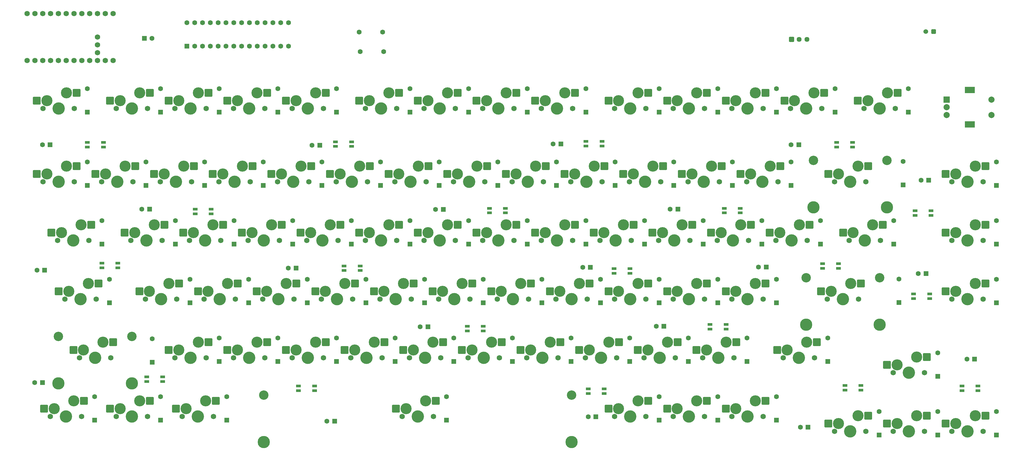
<source format=gbr>
%TF.GenerationSoftware,KiCad,Pcbnew,9.0.2*%
%TF.CreationDate,2025-08-01T15:53:50+05:30*%
%TF.ProjectId,clackintosh,636c6163-6b69-46e7-946f-73682e6b6963,rev?*%
%TF.SameCoordinates,Original*%
%TF.FileFunction,Soldermask,Bot*%
%TF.FilePolarity,Negative*%
%FSLAX46Y46*%
G04 Gerber Fmt 4.6, Leading zero omitted, Abs format (unit mm)*
G04 Created by KiCad (PCBNEW 9.0.2) date 2025-08-01 15:53:50*
%MOMM*%
%LPD*%
G01*
G04 APERTURE LIST*
G04 Aperture macros list*
%AMRoundRect*
0 Rectangle with rounded corners*
0 $1 Rounding radius*
0 $2 $3 $4 $5 $6 $7 $8 $9 X,Y pos of 4 corners*
0 Add a 4 corners polygon primitive as box body*
4,1,4,$2,$3,$4,$5,$6,$7,$8,$9,$2,$3,0*
0 Add four circle primitives for the rounded corners*
1,1,$1+$1,$2,$3*
1,1,$1+$1,$4,$5*
1,1,$1+$1,$6,$7*
1,1,$1+$1,$8,$9*
0 Add four rect primitives between the rounded corners*
20,1,$1+$1,$2,$3,$4,$5,0*
20,1,$1+$1,$4,$5,$6,$7,0*
20,1,$1+$1,$6,$7,$8,$9,0*
20,1,$1+$1,$8,$9,$2,$3,0*%
G04 Aperture macros list end*
%ADD10RoundRect,0.250000X0.550000X-0.550000X0.550000X0.550000X-0.550000X0.550000X-0.550000X-0.550000X0*%
%ADD11C,1.600000*%
%ADD12R,2.000000X2.000000*%
%ADD13C,2.000000*%
%ADD14R,3.200000X2.000000*%
%ADD15RoundRect,0.082000X-0.718000X0.328000X-0.718000X-0.328000X0.718000X-0.328000X0.718000X0.328000X0*%
%ADD16RoundRect,0.102000X-0.704000X-0.704000X0.704000X-0.704000X0.704000X0.704000X-0.704000X0.704000X0*%
%ADD17C,1.612000*%
%ADD18RoundRect,0.250000X-0.550000X-0.550000X0.550000X-0.550000X0.550000X0.550000X-0.550000X0.550000X0*%
%ADD19C,1.524000*%
%ADD20RoundRect,0.250000X-0.512000X-0.512000X0.512000X-0.512000X0.512000X0.512000X-0.512000X0.512000X0*%
%ADD21C,1.752600*%
%ADD22RoundRect,0.250000X1.025000X1.000000X-1.025000X1.000000X-1.025000X-1.000000X1.025000X-1.000000X0*%
%ADD23C,1.750000*%
%ADD24C,4.000000*%
%ADD25C,3.600000*%
%ADD26C,3.048000*%
%ADD27C,3.987800*%
%ADD28RoundRect,0.250000X0.550000X0.550000X-0.550000X0.550000X-0.550000X-0.550000X0.550000X-0.550000X0*%
G04 APERTURE END LIST*
D10*
%TO.C,D55*%
X252887500Y-105012500D03*
D11*
X252887500Y-97392500D03*
%TD*%
D10*
%TO.C,D61*%
X110012500Y-124062500D03*
D11*
X110012500Y-116442500D03*
%TD*%
D10*
%TO.C,D75*%
X164781300Y-143112500D03*
D11*
X164781300Y-135492500D03*
%TD*%
D10*
%TO.C,D17*%
X86200000Y-66912500D03*
D11*
X86200000Y-59292500D03*
%TD*%
D10*
%TO.C,D18*%
X105250000Y-66912500D03*
D11*
X105250000Y-59292500D03*
%TD*%
D12*
%TO.C,SW1*%
X327250000Y-39000000D03*
D13*
X327250000Y-44000000D03*
X327250000Y-41500000D03*
D14*
X334750000Y-35900000D03*
X334750000Y-47100000D03*
D13*
X341750000Y-44000000D03*
X341750000Y-39000000D03*
%TD*%
D10*
%TO.C,D56*%
X271937500Y-105012500D03*
D11*
X271937500Y-97392500D03*
%TD*%
D10*
%TO.C,D10*%
X233837500Y-43100000D03*
D11*
X233837500Y-35480000D03*
%TD*%
D15*
%TO.C,L16*%
X210800000Y-132899999D03*
X210800000Y-134399999D03*
X216000000Y-134399999D03*
X216000000Y-132899999D03*
%TD*%
%TO.C,L14*%
X67387500Y-129002499D03*
X67387500Y-130502499D03*
X72587500Y-130502499D03*
X72587500Y-129002499D03*
%TD*%
D10*
%TO.C,D23*%
X200500000Y-66912500D03*
D11*
X200500000Y-59292500D03*
%TD*%
D10*
%TO.C,D79*%
X305275000Y-147875000D03*
D11*
X305275000Y-140255000D03*
%TD*%
D10*
%TO.C,D50*%
X157637500Y-105012500D03*
D11*
X157637500Y-97392500D03*
%TD*%
D10*
%TO.C,D33*%
X114775000Y-85962500D03*
D11*
X114775000Y-78342500D03*
%TD*%
D10*
%TO.C,D67*%
X224312500Y-124062500D03*
D11*
X224312500Y-116442500D03*
%TD*%
D16*
%TO.C,SW2*%
X276812500Y-19500000D03*
D17*
X279312500Y-19500000D03*
X281812500Y-19500000D03*
%TD*%
D10*
%TO.C,D8*%
X190975000Y-43100000D03*
D11*
X190975000Y-35480000D03*
%TD*%
D10*
%TO.C,D48*%
X119537500Y-105012500D03*
D11*
X119537500Y-97392500D03*
%TD*%
D10*
%TO.C,D4*%
X110012500Y-43100000D03*
D11*
X110012500Y-35480000D03*
%TD*%
D15*
%TO.C,L18*%
X332200000Y-131999999D03*
X332200000Y-133499999D03*
X337400000Y-133499999D03*
X337400000Y-131999999D03*
%TD*%
D10*
%TO.C,D63*%
X148112500Y-124062500D03*
D11*
X148112500Y-116442500D03*
%TD*%
D10*
%TO.C,D73*%
X71912500Y-143112500D03*
D11*
X71912500Y-135492500D03*
%TD*%
D10*
%TO.C,D30*%
X52862500Y-85962500D03*
D11*
X52862500Y-78342500D03*
%TD*%
D10*
%TO.C,D3*%
X90962500Y-43100000D03*
D11*
X90962500Y-35480000D03*
%TD*%
D10*
%TO.C,D12*%
X271937500Y-43100000D03*
D11*
X271937500Y-35480000D03*
%TD*%
D10*
%TO.C,D7*%
X171925000Y-43100000D03*
D11*
X171925000Y-35480000D03*
%TD*%
D10*
%TO.C,D40*%
X248125000Y-85962500D03*
D11*
X248125000Y-78342500D03*
%TD*%
D15*
%TO.C,L5*%
X255000000Y-74299999D03*
X255000000Y-75799999D03*
X260200000Y-75799999D03*
X260200000Y-74299999D03*
%TD*%
%TO.C,L6*%
X178700000Y-74299999D03*
X178700000Y-75799999D03*
X183900000Y-75799999D03*
X183900000Y-74299999D03*
%TD*%
%TO.C,L3*%
X210087500Y-52602499D03*
X210087500Y-54102499D03*
X215287500Y-54102499D03*
X215287500Y-52602499D03*
%TD*%
D10*
%TO.C,D26*%
X257650000Y-66912500D03*
D11*
X257650000Y-59292500D03*
%TD*%
D10*
%TO.C,D39*%
X229075000Y-85962500D03*
D11*
X229075000Y-78342500D03*
%TD*%
D10*
%TO.C,D47*%
X100487500Y-105012500D03*
D11*
X100487500Y-97392500D03*
%TD*%
D10*
%TO.C,D38*%
X210025000Y-85962500D03*
D11*
X210025000Y-78342500D03*
%TD*%
D10*
%TO.C,D69*%
X262412500Y-124062500D03*
D11*
X262412500Y-116442500D03*
%TD*%
D10*
%TO.C,D58*%
X343375000Y-105012500D03*
D11*
X343375000Y-97392500D03*
%TD*%
D10*
%TO.C,D22*%
X181450000Y-66912500D03*
D11*
X181450000Y-59292500D03*
%TD*%
D15*
%TO.C,L4*%
X291487500Y-52902499D03*
X291487500Y-54402499D03*
X296687500Y-54402499D03*
X296687500Y-52902499D03*
%TD*%
D10*
%TO.C,D72*%
X50481300Y-143112500D03*
D11*
X50481300Y-135492500D03*
%TD*%
D15*
%TO.C,L20*%
X316500000Y-102099999D03*
X316500000Y-103599999D03*
X321700000Y-103599999D03*
X321700000Y-102099999D03*
%TD*%
D10*
%TO.C,D14*%
X314800000Y-43100000D03*
D11*
X314800000Y-35480000D03*
%TD*%
D10*
%TO.C,D6*%
X152875000Y-43100000D03*
D11*
X152875000Y-35480000D03*
%TD*%
D10*
%TO.C,D27*%
X276700000Y-66912500D03*
D11*
X276700000Y-59292500D03*
%TD*%
D10*
%TO.C,D2*%
X71912500Y-43100000D03*
D11*
X71912500Y-35480000D03*
%TD*%
D15*
%TO.C,L2*%
X128700000Y-52699999D03*
X128700000Y-54199999D03*
X133900000Y-54199999D03*
X133900000Y-52699999D03*
%TD*%
D10*
%TO.C,D24*%
X219550000Y-66912500D03*
D11*
X219550000Y-59292500D03*
%TD*%
D18*
%TO.C,C21*%
X66594900Y-19100000D03*
D11*
X69094900Y-19100000D03*
%TD*%
D10*
%TO.C,D25*%
X238600000Y-66912500D03*
D11*
X238600000Y-59292500D03*
%TD*%
D10*
%TO.C,D42*%
X286225000Y-85962500D03*
D11*
X286225000Y-78342500D03*
%TD*%
D10*
%TO.C,D5*%
X129062500Y-43100000D03*
D11*
X129062500Y-35480000D03*
%TD*%
D10*
%TO.C,D62*%
X129062500Y-124062500D03*
D11*
X129062500Y-116442500D03*
%TD*%
D10*
%TO.C,D68*%
X243362500Y-124062500D03*
D11*
X243362500Y-116442500D03*
%TD*%
D19*
%TO.C,BT1*%
X320460000Y-16900000D03*
D20*
X323000000Y-16900000D03*
%TD*%
D10*
%TO.C,D41*%
X267175000Y-85962500D03*
D11*
X267175000Y-78342500D03*
%TD*%
D10*
%TO.C,D32*%
X95725000Y-85962500D03*
D11*
X95725000Y-78342500D03*
%TD*%
D10*
%TO.C,D70*%
X288606300Y-124062500D03*
D11*
X288606300Y-116442500D03*
%TD*%
D10*
%TO.C,D52*%
X195737500Y-105012500D03*
D11*
X195737500Y-97392500D03*
%TD*%
D21*
%TO.C,U2*%
X28510000Y-26320000D03*
X31050000Y-26320000D03*
X33590000Y-26320000D03*
X36130000Y-26320000D03*
X38670000Y-26320000D03*
X41210000Y-26320000D03*
X43750000Y-26320000D03*
X46290000Y-26320000D03*
X48830000Y-26320000D03*
X51370000Y-26320000D03*
X53910000Y-26320000D03*
X56450000Y-26320000D03*
X56450000Y-11080000D03*
X53910000Y-11080000D03*
X51370000Y-11080000D03*
X48830000Y-11080000D03*
X46290000Y-11080000D03*
X43750000Y-11080000D03*
X41210000Y-11080000D03*
X38670000Y-11080000D03*
X36130000Y-11080000D03*
X33590000Y-11080000D03*
X31050000Y-11080000D03*
X28510000Y-11080000D03*
X51370000Y-23780000D03*
X51370000Y-21240000D03*
X51370000Y-18700000D03*
%TD*%
D15*
%TO.C,L1*%
X48100000Y-52899999D03*
X48100000Y-54399999D03*
X53300000Y-54399999D03*
X53300000Y-52899999D03*
%TD*%
D10*
%TO.C,D45*%
X55243800Y-105012500D03*
D11*
X55243800Y-97392500D03*
%TD*%
D10*
%TO.C,D59*%
X69200000Y-124310000D03*
D11*
X69200000Y-116690000D03*
%TD*%
D10*
%TO.C,D57*%
X311700000Y-104910000D03*
D11*
X311700000Y-97290000D03*
%TD*%
D10*
%TO.C,D9*%
X210025000Y-43100000D03*
D11*
X210025000Y-35480000D03*
%TD*%
D10*
%TO.C,D76*%
X233837500Y-143112500D03*
D11*
X233837500Y-135492500D03*
%TD*%
D10*
%TO.C,D34*%
X133825000Y-85962500D03*
D11*
X133825000Y-78342500D03*
%TD*%
D10*
%TO.C,D1*%
X48100000Y-43100000D03*
D11*
X48100000Y-35480000D03*
%TD*%
D10*
%TO.C,U1*%
X80440000Y-21700000D03*
D11*
X82980000Y-21700000D03*
X85520000Y-21700000D03*
X88060000Y-21700000D03*
X90600000Y-21700000D03*
X93140000Y-21700000D03*
X95680000Y-21700000D03*
X98220000Y-21700000D03*
X100760000Y-21700000D03*
X103300000Y-21700000D03*
X105840000Y-21700000D03*
X108380000Y-21700000D03*
X110920000Y-21700000D03*
X113460000Y-21700000D03*
X113460000Y-14080000D03*
X110920000Y-14080000D03*
X108380000Y-14080000D03*
X105840000Y-14080000D03*
X103300000Y-14080000D03*
X100760000Y-14080000D03*
X98220000Y-14080000D03*
X95680000Y-14080000D03*
X93140000Y-14080000D03*
X90600000Y-14080000D03*
X88060000Y-14080000D03*
X85520000Y-14080000D03*
X82980000Y-14080000D03*
X80440000Y-14080000D03*
%TD*%
D10*
%TO.C,D31*%
X76675000Y-85962500D03*
D11*
X76675000Y-78342500D03*
%TD*%
D15*
%TO.C,L7*%
X83100000Y-74599999D03*
X83100000Y-76099999D03*
X88300000Y-76099999D03*
X88300000Y-74599999D03*
%TD*%
%TO.C,L13*%
X171487500Y-112602499D03*
X171487500Y-114102499D03*
X176687500Y-114102499D03*
X176687500Y-112602499D03*
%TD*%
D10*
%TO.C,D37*%
X190975000Y-85962500D03*
D11*
X190975000Y-78342500D03*
%TD*%
D10*
%TO.C,D64*%
X167162500Y-124062500D03*
D11*
X167162500Y-116442500D03*
%TD*%
D10*
%TO.C,D81*%
X343375000Y-147875000D03*
D11*
X343375000Y-140255000D03*
%TD*%
D15*
%TO.C,L12*%
X250387500Y-112002499D03*
X250387500Y-113502499D03*
X255587500Y-113502499D03*
X255587500Y-112002499D03*
%TD*%
D10*
%TO.C,D16*%
X67150000Y-66912500D03*
D11*
X67150000Y-59292500D03*
%TD*%
D15*
%TO.C,L11*%
X286887500Y-92302499D03*
X286887500Y-93802499D03*
X292087500Y-93802499D03*
X292087500Y-92302499D03*
%TD*%
%TO.C,L10*%
X219187500Y-93902499D03*
X219187500Y-95402499D03*
X224387500Y-95402499D03*
X224387500Y-93902499D03*
%TD*%
D10*
%TO.C,D78*%
X271937500Y-143112500D03*
D11*
X271937500Y-135492500D03*
%TD*%
D10*
%TO.C,D11*%
X252887500Y-43100000D03*
D11*
X252887500Y-35480000D03*
%TD*%
D10*
%TO.C,D77*%
X252887500Y-143112500D03*
D11*
X252887500Y-135492500D03*
%TD*%
%TO.C,R1*%
X136390000Y-17100000D03*
X144010000Y-17100000D03*
%TD*%
D10*
%TO.C,D65*%
X186212500Y-124062500D03*
D11*
X186212500Y-116442500D03*
%TD*%
D10*
%TO.C,D60*%
X90962500Y-124062500D03*
D11*
X90962500Y-116442500D03*
%TD*%
D10*
%TO.C,D35*%
X152875000Y-85962500D03*
D11*
X152875000Y-78342500D03*
%TD*%
D10*
%TO.C,D53*%
X214787500Y-105012500D03*
D11*
X214787500Y-97392500D03*
%TD*%
D10*
%TO.C,D36*%
X171925000Y-85962500D03*
D11*
X171925000Y-78342500D03*
%TD*%
%TO.C,R2*%
X144310000Y-23400000D03*
X136690000Y-23400000D03*
%TD*%
D10*
%TO.C,D21*%
X162400000Y-66912500D03*
D11*
X162400000Y-59292500D03*
%TD*%
D15*
%TO.C,L15*%
X116687500Y-132002499D03*
X116687500Y-133502499D03*
X121887500Y-133502499D03*
X121887500Y-132002499D03*
%TD*%
%TO.C,L17*%
X294187500Y-131802499D03*
X294187500Y-133302499D03*
X299387500Y-133302499D03*
X299387500Y-131802499D03*
%TD*%
%TO.C,L9*%
X131500000Y-92999999D03*
X131500000Y-94499999D03*
X136700000Y-94499999D03*
X136700000Y-92999999D03*
%TD*%
D10*
%TO.C,D54*%
X233837500Y-105012500D03*
D11*
X233837500Y-97392500D03*
%TD*%
D10*
%TO.C,D15*%
X48100000Y-66912500D03*
D11*
X48100000Y-59292500D03*
%TD*%
D10*
%TO.C,D74*%
X93343800Y-143112500D03*
D11*
X93343800Y-135492500D03*
%TD*%
D10*
%TO.C,D71*%
X324325000Y-128825000D03*
D11*
X324325000Y-121205000D03*
%TD*%
D10*
%TO.C,D66*%
X205262500Y-124062500D03*
D11*
X205262500Y-116442500D03*
%TD*%
D15*
%TO.C,L8*%
X52787500Y-92102499D03*
X52787500Y-93602499D03*
X57987500Y-93602499D03*
X57987500Y-92102499D03*
%TD*%
D10*
%TO.C,D80*%
X324325000Y-147875000D03*
D11*
X324325000Y-140255000D03*
%TD*%
D10*
%TO.C,D29*%
X343375000Y-66912500D03*
D11*
X343375000Y-59292500D03*
%TD*%
D10*
%TO.C,D43*%
X310037500Y-85962500D03*
D11*
X310037500Y-78342500D03*
%TD*%
D10*
%TO.C,D49*%
X138587500Y-105012500D03*
D11*
X138587500Y-97392500D03*
%TD*%
D10*
%TO.C,D20*%
X143350000Y-66912500D03*
D11*
X143350000Y-59292500D03*
%TD*%
D10*
%TO.C,D51*%
X176687500Y-105012500D03*
D11*
X176687500Y-97392500D03*
%TD*%
D10*
%TO.C,D28*%
X313100000Y-66720000D03*
D11*
X313100000Y-59100000D03*
%TD*%
D10*
%TO.C,D19*%
X124300000Y-66912500D03*
D11*
X124300000Y-59292500D03*
%TD*%
D15*
%TO.C,L19*%
X316987500Y-75102499D03*
X316987500Y-76602499D03*
X322187500Y-76602499D03*
X322187500Y-75102499D03*
%TD*%
D10*
%TO.C,D44*%
X343375000Y-85962500D03*
D11*
X343375000Y-78342500D03*
%TD*%
D10*
%TO.C,D13*%
X290987500Y-43100000D03*
D11*
X290987500Y-35480000D03*
%TD*%
D10*
%TO.C,D46*%
X81437500Y-105012500D03*
D11*
X81437500Y-97392500D03*
%TD*%
D22*
%TO.C,S12*%
X255487500Y-39370000D03*
D23*
X257492500Y-41910000D03*
D24*
X262572500Y-41910000D03*
D23*
X267652500Y-41910000D03*
D22*
X268414500Y-36830000D03*
D25*
X258762500Y-39370000D03*
X265112500Y-36830000D03*
%TD*%
D22*
%TO.C,S70*%
X272156300Y-120332500D03*
D23*
X274161300Y-122872500D03*
D24*
X279241300Y-122872500D03*
D23*
X284321300Y-122872500D03*
D22*
X285083300Y-117792500D03*
D25*
X275431300Y-120332500D03*
X281781300Y-117792500D03*
%TD*%
D22*
%TO.C,S39*%
X212625000Y-82232500D03*
D23*
X214630000Y-84772500D03*
D24*
X219710000Y-84772500D03*
D23*
X224790000Y-84772500D03*
D22*
X225552000Y-79692500D03*
D25*
X215900000Y-82232500D03*
X222250000Y-79692500D03*
%TD*%
D26*
%TO.C,S57*%
X281590800Y-96837500D03*
D27*
X281590800Y-112047500D03*
D22*
X286443800Y-101282500D03*
D23*
X288448800Y-103822500D03*
D24*
X293528800Y-103822500D03*
D23*
X298608800Y-103822500D03*
D22*
X299370800Y-98742500D03*
D26*
X305466800Y-96837500D03*
D27*
X305466800Y-112047500D03*
D25*
X289718800Y-101282500D03*
X296068800Y-98742500D03*
%TD*%
D26*
%TO.C,S59*%
X38703300Y-115887500D03*
D27*
X38703300Y-131097500D03*
D22*
X43556300Y-120332500D03*
D23*
X45561300Y-122872500D03*
D24*
X50641300Y-122872500D03*
D23*
X55721300Y-122872500D03*
D22*
X56483300Y-117792500D03*
D26*
X62579300Y-115887500D03*
D27*
X62579300Y-131097500D03*
D25*
X46831300Y-120332500D03*
X53181300Y-117792500D03*
%TD*%
D28*
%TO.C,C14*%
X33505100Y-130900000D03*
D11*
X31005100Y-130900000D03*
%TD*%
D22*
%TO.C,S65*%
X169762500Y-120332500D03*
D23*
X171767500Y-122872500D03*
D24*
X176847500Y-122872500D03*
D23*
X181927500Y-122872500D03*
D22*
X182689500Y-117792500D03*
D25*
X173037500Y-120332500D03*
X179387500Y-117792500D03*
%TD*%
D22*
%TO.C,S8*%
X174525000Y-39370000D03*
D23*
X176530000Y-41910000D03*
D24*
X181610000Y-41910000D03*
D23*
X186690000Y-41910000D03*
D22*
X187452000Y-36830000D03*
D25*
X177800000Y-39370000D03*
X184150000Y-36830000D03*
%TD*%
D22*
%TO.C,S44*%
X326925000Y-82232500D03*
D23*
X328930000Y-84772500D03*
D24*
X334010000Y-84772500D03*
D23*
X339090000Y-84772500D03*
D22*
X339852000Y-79692500D03*
D25*
X330200000Y-82232500D03*
X336550000Y-79692500D03*
%TD*%
D22*
%TO.C,S60*%
X74512500Y-120332500D03*
D23*
X76517500Y-122872500D03*
D24*
X81597500Y-122872500D03*
D23*
X86677500Y-122872500D03*
D22*
X87439500Y-117792500D03*
D25*
X77787500Y-120332500D03*
X84137500Y-117792500D03*
%TD*%
D22*
%TO.C,S47*%
X84037500Y-101282500D03*
D23*
X86042500Y-103822500D03*
D24*
X91122500Y-103822500D03*
D23*
X96202500Y-103822500D03*
D22*
X96964500Y-98742500D03*
D25*
X87312500Y-101282500D03*
X93662500Y-98742500D03*
%TD*%
D22*
%TO.C,S81*%
X326925000Y-144145000D03*
D23*
X328930000Y-146685000D03*
D24*
X334010000Y-146685000D03*
D23*
X339090000Y-146685000D03*
D22*
X339852000Y-141605000D03*
D25*
X330200000Y-144145000D03*
X336550000Y-141605000D03*
%TD*%
D22*
%TO.C,S69*%
X245962500Y-120332500D03*
D23*
X247967500Y-122872500D03*
D24*
X253047500Y-122872500D03*
D23*
X258127500Y-122872500D03*
D22*
X258889500Y-117792500D03*
D25*
X249237500Y-120332500D03*
X255587500Y-117792500D03*
%TD*%
D28*
%TO.C,C6*%
X163705100Y-74700000D03*
D11*
X161205100Y-74700000D03*
%TD*%
D22*
%TO.C,S66*%
X188812500Y-120332500D03*
D23*
X190817500Y-122872500D03*
D24*
X195897500Y-122872500D03*
D23*
X200977500Y-122872500D03*
D22*
X201739500Y-117792500D03*
D25*
X192087500Y-120332500D03*
X198437500Y-117792500D03*
%TD*%
D22*
%TO.C,S9*%
X193575000Y-39370000D03*
D23*
X195580000Y-41910000D03*
D24*
X200660000Y-41910000D03*
D23*
X205740000Y-41910000D03*
D22*
X206502000Y-36830000D03*
D25*
X196850000Y-39370000D03*
X203200000Y-36830000D03*
%TD*%
D22*
%TO.C,S77*%
X236437500Y-139382500D03*
D23*
X238442500Y-141922500D03*
D24*
X243522500Y-141922500D03*
D23*
X248602500Y-141922500D03*
D22*
X249364500Y-136842500D03*
D25*
X239712500Y-139382500D03*
X246062500Y-136842500D03*
%TD*%
D28*
%TO.C,C8*%
X34205100Y-94400000D03*
D11*
X31705100Y-94400000D03*
%TD*%
D22*
%TO.C,S30*%
X36412500Y-82232500D03*
D23*
X38417500Y-84772500D03*
D24*
X43497500Y-84772500D03*
D23*
X48577500Y-84772500D03*
D22*
X49339500Y-79692500D03*
D25*
X39687500Y-82232500D03*
X46037500Y-79692500D03*
%TD*%
D28*
%TO.C,C20*%
X320500000Y-95500000D03*
D11*
X318000000Y-95500000D03*
%TD*%
D28*
%TO.C,C7*%
X68300000Y-74600000D03*
D11*
X65800000Y-74600000D03*
%TD*%
D22*
%TO.C,S40*%
X231675000Y-82232500D03*
D23*
X233680000Y-84772500D03*
D24*
X238760000Y-84772500D03*
D23*
X243840000Y-84772500D03*
D22*
X244602000Y-79692500D03*
D25*
X234950000Y-82232500D03*
X241300000Y-79692500D03*
%TD*%
D22*
%TO.C,S38*%
X193575000Y-82232500D03*
D23*
X195580000Y-84772500D03*
D24*
X200660000Y-84772500D03*
D23*
X205740000Y-84772500D03*
D22*
X206502000Y-79692500D03*
D25*
X196850000Y-82232500D03*
X203200000Y-79692500D03*
%TD*%
D22*
%TO.C,S76*%
X217387500Y-139382500D03*
D23*
X219392500Y-141922500D03*
D24*
X224472500Y-141922500D03*
D23*
X229552500Y-141922500D03*
D22*
X230314500Y-136842500D03*
D25*
X220662500Y-139382500D03*
X227012500Y-136842500D03*
%TD*%
D28*
%TO.C,C10*%
X211500000Y-93500000D03*
D11*
X209000000Y-93500000D03*
%TD*%
D22*
%TO.C,S52*%
X179287500Y-101282500D03*
D23*
X181292500Y-103822500D03*
D24*
X186372500Y-103822500D03*
D23*
X191452500Y-103822500D03*
D22*
X192214500Y-98742500D03*
D25*
X182562500Y-101282500D03*
X188912500Y-98742500D03*
%TD*%
D22*
%TO.C,S79*%
X288825000Y-144145000D03*
D23*
X290830000Y-146685000D03*
D24*
X295910000Y-146685000D03*
D23*
X300990000Y-146685000D03*
D22*
X301752000Y-141605000D03*
D25*
X292100000Y-144145000D03*
X298450000Y-141605000D03*
%TD*%
D22*
%TO.C,S2*%
X55462500Y-39370000D03*
D23*
X57467500Y-41910000D03*
D24*
X62547500Y-41910000D03*
D23*
X67627500Y-41910000D03*
D22*
X68389500Y-36830000D03*
D25*
X58737500Y-39370000D03*
X65087500Y-36830000D03*
%TD*%
D22*
%TO.C,S17*%
X69750000Y-63182500D03*
D23*
X71755000Y-65722500D03*
D24*
X76835000Y-65722500D03*
D23*
X81915000Y-65722500D03*
D22*
X82677000Y-60642500D03*
D25*
X73025000Y-63182500D03*
X79375000Y-60642500D03*
%TD*%
D22*
%TO.C,S41*%
X250725000Y-82232500D03*
D23*
X252730000Y-84772500D03*
D24*
X257810000Y-84772500D03*
D23*
X262890000Y-84772500D03*
D22*
X263652000Y-79692500D03*
D25*
X254000000Y-82232500D03*
X260350000Y-79692500D03*
%TD*%
D22*
%TO.C,S80*%
X307875000Y-144145000D03*
D23*
X309880000Y-146685000D03*
D24*
X314960000Y-146685000D03*
D23*
X320040000Y-146685000D03*
D22*
X320802000Y-141605000D03*
D25*
X311150000Y-144145000D03*
X317500000Y-141605000D03*
%TD*%
D22*
%TO.C,S32*%
X79275000Y-82232500D03*
D23*
X81280000Y-84772500D03*
D24*
X86360000Y-84772500D03*
D23*
X91440000Y-84772500D03*
D22*
X92202000Y-79692500D03*
D25*
X82550000Y-82232500D03*
X88900000Y-79692500D03*
%TD*%
D26*
%TO.C,S75*%
X105416300Y-134937500D03*
D27*
X105416300Y-150147500D03*
D22*
X148331300Y-139382500D03*
D23*
X150336300Y-141922500D03*
D24*
X155416300Y-141922500D03*
D23*
X160496300Y-141922500D03*
D22*
X161258300Y-136842500D03*
D26*
X205416300Y-134937500D03*
D27*
X205416300Y-150147500D03*
D25*
X151606300Y-139382500D03*
X157956300Y-136842500D03*
%TD*%
D22*
%TO.C,S37*%
X174525000Y-82232500D03*
D23*
X176530000Y-84772500D03*
D24*
X181610000Y-84772500D03*
D23*
X186690000Y-84772500D03*
D22*
X187452000Y-79692500D03*
D25*
X177800000Y-82232500D03*
X184150000Y-79692500D03*
%TD*%
D22*
%TO.C,S4*%
X93562500Y-39370000D03*
D23*
X95567500Y-41910000D03*
D24*
X100647500Y-41910000D03*
D23*
X105727500Y-41910000D03*
D22*
X106489500Y-36830000D03*
D25*
X96837500Y-39370000D03*
X103187500Y-36830000D03*
%TD*%
D22*
%TO.C,S18*%
X88800000Y-63182500D03*
D23*
X90805000Y-65722500D03*
D24*
X95885000Y-65722500D03*
D23*
X100965000Y-65722500D03*
D22*
X101727000Y-60642500D03*
D25*
X92075000Y-63182500D03*
X98425000Y-60642500D03*
%TD*%
D22*
%TO.C,S20*%
X126900000Y-63182500D03*
D23*
X128905000Y-65722500D03*
D24*
X133985000Y-65722500D03*
D23*
X139065000Y-65722500D03*
D22*
X139827000Y-60642500D03*
D25*
X130175000Y-63182500D03*
X136525000Y-60642500D03*
%TD*%
D28*
%TO.C,C2*%
X123605113Y-53800000D03*
D11*
X121105113Y-53800000D03*
%TD*%
D22*
%TO.C,S14*%
X298350000Y-39370000D03*
D23*
X300355000Y-41910000D03*
D24*
X305435000Y-41910000D03*
D23*
X310515000Y-41910000D03*
D22*
X311277000Y-36830000D03*
D25*
X301625000Y-39370000D03*
X307975000Y-36830000D03*
%TD*%
D28*
%TO.C,C1*%
X35994900Y-53700000D03*
D11*
X33494900Y-53700000D03*
%TD*%
D22*
%TO.C,S27*%
X260250000Y-63182500D03*
D23*
X262255000Y-65722500D03*
D24*
X267335000Y-65722500D03*
D23*
X272415000Y-65722500D03*
D22*
X273177000Y-60642500D03*
D25*
X263525000Y-63182500D03*
X269875000Y-60642500D03*
%TD*%
D28*
%TO.C,C4*%
X279205113Y-53700000D03*
D11*
X276705113Y-53700000D03*
%TD*%
D22*
%TO.C,S71*%
X307875000Y-125095000D03*
D23*
X309880000Y-127635000D03*
D24*
X314960000Y-127635000D03*
D23*
X320040000Y-127635000D03*
D22*
X320802000Y-122555000D03*
D25*
X311150000Y-125095000D03*
X317500000Y-122555000D03*
%TD*%
D22*
%TO.C,S29*%
X326925000Y-63182500D03*
D23*
X328930000Y-65722500D03*
D24*
X334010000Y-65722500D03*
D23*
X339090000Y-65722500D03*
D22*
X339852000Y-60642500D03*
D25*
X330200000Y-63182500D03*
X336550000Y-60642500D03*
%TD*%
D22*
%TO.C,S58*%
X326925000Y-101282500D03*
D23*
X328930000Y-103822500D03*
D24*
X334010000Y-103822500D03*
D23*
X339090000Y-103822500D03*
D22*
X339852000Y-98742500D03*
D25*
X330200000Y-101282500D03*
X336550000Y-98742500D03*
%TD*%
D22*
%TO.C,S49*%
X122137500Y-101282500D03*
D23*
X124142500Y-103822500D03*
D24*
X129222500Y-103822500D03*
D23*
X134302500Y-103822500D03*
D22*
X135064500Y-98742500D03*
D25*
X125412500Y-101282500D03*
X131762500Y-98742500D03*
%TD*%
D22*
%TO.C,S23*%
X184050000Y-63182500D03*
D23*
X186055000Y-65722500D03*
D24*
X191135000Y-65722500D03*
D23*
X196215000Y-65722500D03*
D22*
X196977000Y-60642500D03*
D25*
X187325000Y-63182500D03*
X193675000Y-60642500D03*
%TD*%
D22*
%TO.C,S33*%
X98325000Y-82232500D03*
D23*
X100330000Y-84772500D03*
D24*
X105410000Y-84772500D03*
D23*
X110490000Y-84772500D03*
D22*
X111252000Y-79692500D03*
D25*
X101600000Y-82232500D03*
X107950000Y-79692500D03*
%TD*%
D28*
%TO.C,C13*%
X158700000Y-112800000D03*
D11*
X156200000Y-112800000D03*
%TD*%
D28*
%TO.C,C18*%
X336300000Y-123300000D03*
D11*
X333800000Y-123300000D03*
%TD*%
D22*
%TO.C,S78*%
X255487500Y-139382500D03*
D23*
X257492500Y-141922500D03*
D24*
X262572500Y-141922500D03*
D23*
X267652500Y-141922500D03*
D22*
X268414500Y-136842500D03*
D25*
X258762500Y-139382500D03*
X265112500Y-136842500D03*
%TD*%
D22*
%TO.C,S46*%
X64987500Y-101282500D03*
D23*
X66992500Y-103822500D03*
D24*
X72072500Y-103822500D03*
D23*
X77152500Y-103822500D03*
D22*
X77914500Y-98742500D03*
D25*
X68262500Y-101282500D03*
X74612500Y-98742500D03*
%TD*%
D22*
%TO.C,S68*%
X226912500Y-120332500D03*
D23*
X228917500Y-122872500D03*
D24*
X233997500Y-122872500D03*
D23*
X239077500Y-122872500D03*
D22*
X239839500Y-117792500D03*
D25*
X230187500Y-120332500D03*
X236537500Y-117792500D03*
%TD*%
D22*
%TO.C,S31*%
X60225000Y-82232500D03*
D23*
X62230000Y-84772500D03*
D24*
X67310000Y-84772500D03*
D23*
X72390000Y-84772500D03*
D22*
X73152000Y-79692500D03*
D25*
X63500000Y-82232500D03*
X69850000Y-79692500D03*
%TD*%
D22*
%TO.C,S24*%
X203100000Y-63182500D03*
D23*
X205105000Y-65722500D03*
D24*
X210185000Y-65722500D03*
D23*
X215265000Y-65722500D03*
D22*
X216027000Y-60642500D03*
D25*
X206375000Y-63182500D03*
X212725000Y-60642500D03*
%TD*%
D22*
%TO.C,S6*%
X136425000Y-39370000D03*
D23*
X138430000Y-41910000D03*
D24*
X143510000Y-41910000D03*
D23*
X148590000Y-41910000D03*
D22*
X149352000Y-36830000D03*
D25*
X139700000Y-39370000D03*
X146050000Y-36830000D03*
%TD*%
D22*
%TO.C,S11*%
X236437500Y-39370000D03*
D23*
X238442500Y-41910000D03*
D24*
X243522500Y-41910000D03*
D23*
X248602500Y-41910000D03*
D22*
X249364500Y-36830000D03*
D25*
X239712500Y-39370000D03*
X246062500Y-36830000D03*
%TD*%
D22*
%TO.C,S45*%
X38793800Y-101282500D03*
D23*
X40798800Y-103822500D03*
D24*
X45878800Y-103822500D03*
D23*
X50958800Y-103822500D03*
D22*
X51720800Y-98742500D03*
D25*
X42068800Y-101282500D03*
X48418800Y-98742500D03*
%TD*%
D28*
%TO.C,C5*%
X239905100Y-74600000D03*
D11*
X237405100Y-74600000D03*
%TD*%
D22*
%TO.C,S73*%
X55462500Y-139382500D03*
D23*
X57467500Y-141922500D03*
D24*
X62547500Y-141922500D03*
D23*
X67627500Y-141922500D03*
D22*
X68389500Y-136842500D03*
D25*
X58737500Y-139382500D03*
X65087500Y-136842500D03*
%TD*%
D22*
%TO.C,S26*%
X241200000Y-63182500D03*
D23*
X243205000Y-65722500D03*
D24*
X248285000Y-65722500D03*
D23*
X253365000Y-65722500D03*
D22*
X254127000Y-60642500D03*
D25*
X244475000Y-63182500D03*
X250825000Y-60642500D03*
%TD*%
D28*
%TO.C,C3*%
X201905113Y-53400000D03*
D11*
X199405113Y-53400000D03*
%TD*%
D22*
%TO.C,S51*%
X160237500Y-101282500D03*
D23*
X162242500Y-103822500D03*
D24*
X167322500Y-103822500D03*
D23*
X172402500Y-103822500D03*
D22*
X173164500Y-98742500D03*
D25*
X163512500Y-101282500D03*
X169862500Y-98742500D03*
%TD*%
D22*
%TO.C,S35*%
X136425000Y-82232500D03*
D23*
X138430000Y-84772500D03*
D24*
X143510000Y-84772500D03*
D23*
X148590000Y-84772500D03*
D22*
X149352000Y-79692500D03*
D25*
X139700000Y-82232500D03*
X146050000Y-79692500D03*
%TD*%
D22*
%TO.C,S36*%
X155475000Y-82232500D03*
D23*
X157480000Y-84772500D03*
D24*
X162560000Y-84772500D03*
D23*
X167640000Y-84772500D03*
D22*
X168402000Y-79692500D03*
D25*
X158750000Y-82232500D03*
X165100000Y-79692500D03*
%TD*%
D22*
%TO.C,S15*%
X31650000Y-63182500D03*
D23*
X33655000Y-65722500D03*
D24*
X38735000Y-65722500D03*
D23*
X43815000Y-65722500D03*
D22*
X44577000Y-60642500D03*
D25*
X34925000Y-63182500D03*
X41275000Y-60642500D03*
%TD*%
D22*
%TO.C,S61*%
X93562500Y-120332500D03*
D23*
X95567500Y-122872500D03*
D24*
X100647500Y-122872500D03*
D23*
X105727500Y-122872500D03*
D22*
X106489500Y-117792500D03*
D25*
X96837500Y-120332500D03*
X103187500Y-117792500D03*
%TD*%
D22*
%TO.C,S72*%
X34031300Y-139382500D03*
D23*
X36036300Y-141922500D03*
D24*
X41116300Y-141922500D03*
D23*
X46196300Y-141922500D03*
D22*
X46958300Y-136842500D03*
D25*
X37306300Y-139382500D03*
X43656300Y-136842500D03*
%TD*%
D22*
%TO.C,S25*%
X222150000Y-63182500D03*
D23*
X224155000Y-65722500D03*
D24*
X229235000Y-65722500D03*
D23*
X234315000Y-65722500D03*
D22*
X235077000Y-60642500D03*
D25*
X225425000Y-63182500D03*
X231775000Y-60642500D03*
%TD*%
D22*
%TO.C,S54*%
X217387500Y-101282500D03*
D23*
X219392500Y-103822500D03*
D24*
X224472500Y-103822500D03*
D23*
X229552500Y-103822500D03*
D22*
X230314500Y-98742500D03*
D25*
X220662500Y-101282500D03*
X227012500Y-98742500D03*
%TD*%
D28*
%TO.C,C17*%
X282200000Y-145400000D03*
D11*
X279700000Y-145400000D03*
%TD*%
D22*
%TO.C,S63*%
X131662500Y-120332500D03*
D23*
X133667500Y-122872500D03*
D24*
X138747500Y-122872500D03*
D23*
X143827500Y-122872500D03*
D22*
X144589500Y-117792500D03*
D25*
X134937500Y-120332500D03*
X141287500Y-117792500D03*
%TD*%
D28*
%TO.C,C12*%
X235405100Y-112600000D03*
D11*
X232905100Y-112600000D03*
%TD*%
D22*
%TO.C,S7*%
X155475000Y-39370000D03*
D23*
X157480000Y-41910000D03*
D24*
X162560000Y-41910000D03*
D23*
X167640000Y-41910000D03*
D22*
X168402000Y-36830000D03*
D25*
X158750000Y-39370000D03*
X165100000Y-36830000D03*
%TD*%
D28*
%TO.C,C11*%
X268600000Y-93400000D03*
D11*
X266100000Y-93400000D03*
%TD*%
D22*
%TO.C,S16*%
X50700000Y-63182500D03*
D23*
X52705000Y-65722500D03*
D24*
X57785000Y-65722500D03*
D23*
X62865000Y-65722500D03*
D22*
X63627000Y-60642500D03*
D25*
X53975000Y-63182500D03*
X60325000Y-60642500D03*
%TD*%
D28*
%TO.C,C19*%
X321405113Y-65200000D03*
D11*
X318905113Y-65200000D03*
%TD*%
D22*
%TO.C,S1*%
X31650000Y-39370000D03*
D23*
X33655000Y-41910000D03*
D24*
X38735000Y-41910000D03*
D23*
X43815000Y-41910000D03*
D22*
X44577000Y-36830000D03*
D25*
X34925000Y-39370000D03*
X41275000Y-36830000D03*
%TD*%
D22*
%TO.C,S67*%
X207862500Y-120332500D03*
D23*
X209867500Y-122872500D03*
D24*
X214947500Y-122872500D03*
D23*
X220027500Y-122872500D03*
D22*
X220789500Y-117792500D03*
D25*
X211137500Y-120332500D03*
X217487500Y-117792500D03*
%TD*%
D22*
%TO.C,S48*%
X103087500Y-101282500D03*
D23*
X105092500Y-103822500D03*
D24*
X110172500Y-103822500D03*
D23*
X115252500Y-103822500D03*
D22*
X116014500Y-98742500D03*
D25*
X106362500Y-101282500D03*
X112712500Y-98742500D03*
%TD*%
D28*
%TO.C,C16*%
X213305113Y-142000000D03*
D11*
X210805113Y-142000000D03*
%TD*%
D22*
%TO.C,S74*%
X76893800Y-139382500D03*
D23*
X78898800Y-141922500D03*
D24*
X83978800Y-141922500D03*
D23*
X89058800Y-141922500D03*
D22*
X89820800Y-136842500D03*
D25*
X80168800Y-139382500D03*
X86518800Y-136842500D03*
%TD*%
D22*
%TO.C,S62*%
X112612500Y-120332500D03*
D23*
X114617500Y-122872500D03*
D24*
X119697500Y-122872500D03*
D23*
X124777500Y-122872500D03*
D22*
X125539500Y-117792500D03*
D25*
X115887500Y-120332500D03*
X122237500Y-117792500D03*
%TD*%
D22*
%TO.C,S19*%
X107850000Y-63182500D03*
D23*
X109855000Y-65722500D03*
D24*
X114935000Y-65722500D03*
D23*
X120015000Y-65722500D03*
D22*
X120777000Y-60642500D03*
D25*
X111125000Y-63182500D03*
X117475000Y-60642500D03*
%TD*%
D22*
%TO.C,S22*%
X165000000Y-63182500D03*
D23*
X167005000Y-65722500D03*
D24*
X172085000Y-65722500D03*
D23*
X177165000Y-65722500D03*
D22*
X177927000Y-60642500D03*
D25*
X168275000Y-63182500D03*
X174625000Y-60642500D03*
%TD*%
D22*
%TO.C,S5*%
X112612500Y-39370000D03*
D23*
X114617500Y-41910000D03*
D24*
X119697500Y-41910000D03*
D23*
X124777500Y-41910000D03*
D22*
X125539500Y-36830000D03*
D25*
X115887500Y-39370000D03*
X122237500Y-36830000D03*
%TD*%
D22*
%TO.C,S53*%
X198337500Y-101282500D03*
D23*
X200342500Y-103822500D03*
D24*
X205422500Y-103822500D03*
D23*
X210502500Y-103822500D03*
D22*
X211264500Y-98742500D03*
D25*
X201612500Y-101282500D03*
X207962500Y-98742500D03*
%TD*%
D22*
%TO.C,S10*%
X217387500Y-39370000D03*
D23*
X219392500Y-41910000D03*
D24*
X224472500Y-41910000D03*
D23*
X229552500Y-41910000D03*
D22*
X230314500Y-36830000D03*
D25*
X220662500Y-39370000D03*
X227012500Y-36830000D03*
%TD*%
D22*
%TO.C,S64*%
X150712500Y-120332500D03*
D23*
X152717500Y-122872500D03*
D24*
X157797500Y-122872500D03*
D23*
X162877500Y-122872500D03*
D22*
X163639500Y-117792500D03*
D25*
X153987500Y-120332500D03*
X160337500Y-117792500D03*
%TD*%
D26*
%TO.C,S28*%
X283972000Y-58737500D03*
D27*
X283972000Y-73947500D03*
D22*
X288825000Y-63182500D03*
D23*
X290830000Y-65722500D03*
D24*
X295910000Y-65722500D03*
D23*
X300990000Y-65722500D03*
D22*
X301752000Y-60642500D03*
D26*
X307848000Y-58737500D03*
D27*
X307848000Y-73947500D03*
D25*
X292100000Y-63182500D03*
X298450000Y-60642500D03*
%TD*%
D22*
%TO.C,S3*%
X74512500Y-39370000D03*
D23*
X76517500Y-41910000D03*
D24*
X81597500Y-41910000D03*
D23*
X86677500Y-41910000D03*
D22*
X87439500Y-36830000D03*
D25*
X77787500Y-39370000D03*
X84137500Y-36830000D03*
%TD*%
D22*
%TO.C,S55*%
X236437500Y-101282500D03*
D23*
X238442500Y-103822500D03*
D24*
X243522500Y-103822500D03*
D23*
X248602500Y-103822500D03*
D22*
X249364500Y-98742500D03*
D25*
X239712500Y-101282500D03*
X246062500Y-98742500D03*
%TD*%
D22*
%TO.C,S42*%
X269775000Y-82232500D03*
D23*
X271780000Y-84772500D03*
D24*
X276860000Y-84772500D03*
D23*
X281940000Y-84772500D03*
D22*
X282702000Y-79692500D03*
D25*
X273050000Y-82232500D03*
X279400000Y-79692500D03*
%TD*%
D22*
%TO.C,S50*%
X141187500Y-101282500D03*
D23*
X143192500Y-103822500D03*
D24*
X148272500Y-103822500D03*
D23*
X153352500Y-103822500D03*
D22*
X154114500Y-98742500D03*
D25*
X144462500Y-101282500D03*
X150812500Y-98742500D03*
%TD*%
D28*
%TO.C,C15*%
X128400000Y-143400000D03*
D11*
X125900000Y-143400000D03*
%TD*%
D22*
%TO.C,S13*%
X274537500Y-39370000D03*
D23*
X276542500Y-41910000D03*
D24*
X281622500Y-41910000D03*
D23*
X286702500Y-41910000D03*
D22*
X287464500Y-36830000D03*
D25*
X277812500Y-39370000D03*
X284162500Y-36830000D03*
%TD*%
D28*
%TO.C,C9*%
X115900000Y-93700000D03*
D11*
X113400000Y-93700000D03*
%TD*%
D22*
%TO.C,S56*%
X255487500Y-101282500D03*
D23*
X257492500Y-103822500D03*
D24*
X262572500Y-103822500D03*
D23*
X267652500Y-103822500D03*
D22*
X268414500Y-98742500D03*
D25*
X258762500Y-101282500D03*
X265112500Y-98742500D03*
%TD*%
D22*
%TO.C,S34*%
X117375000Y-82232500D03*
D23*
X119380000Y-84772500D03*
D24*
X124460000Y-84772500D03*
D23*
X129540000Y-84772500D03*
D22*
X130302000Y-79692500D03*
D25*
X120650000Y-82232500D03*
X127000000Y-79692500D03*
%TD*%
D22*
%TO.C,S43*%
X293587500Y-82232500D03*
D23*
X295592500Y-84772500D03*
D24*
X300672500Y-84772500D03*
D23*
X305752500Y-84772500D03*
D22*
X306514500Y-79692500D03*
D25*
X296862500Y-82232500D03*
X303212500Y-79692500D03*
%TD*%
D22*
%TO.C,S21*%
X145950000Y-63182500D03*
D23*
X147955000Y-65722500D03*
D24*
X153035000Y-65722500D03*
D23*
X158115000Y-65722500D03*
D22*
X158877000Y-60642500D03*
D25*
X149225000Y-63182500D03*
X155575000Y-60642500D03*
%TD*%
M02*

</source>
